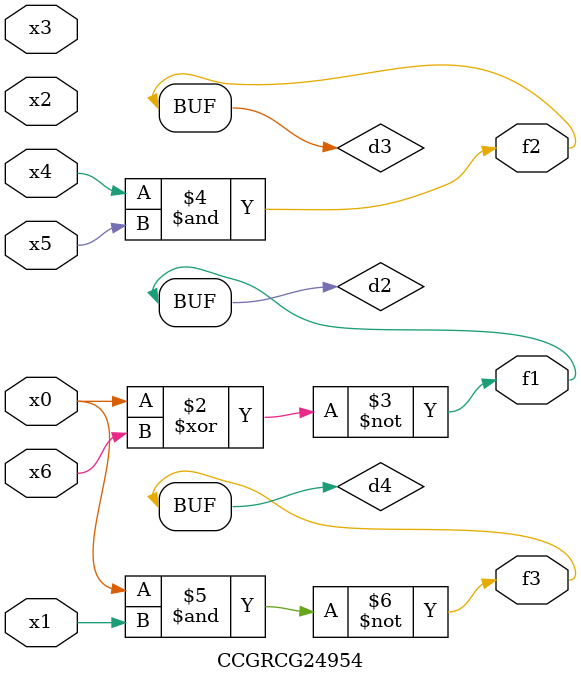
<source format=v>
module CCGRCG24954(
	input x0, x1, x2, x3, x4, x5, x6,
	output f1, f2, f3
);

	wire d1, d2, d3, d4;

	nor (d1, x0);
	xnor (d2, x0, x6);
	and (d3, x4, x5);
	nand (d4, x0, x1);
	assign f1 = d2;
	assign f2 = d3;
	assign f3 = d4;
endmodule

</source>
